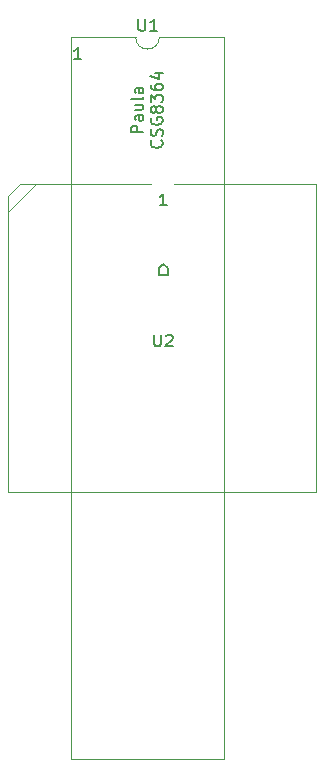
<source format=gto>
G04 #@! TF.GenerationSoftware,KiCad,Pcbnew,(5.1.6-0)*
G04 #@! TF.CreationDate,2023-03-04T21:55:24+01:00*
G04 #@! TF.ProjectId,PaulaAdapter,5061756c-6141-4646-9170-7465722e6b69,rev?*
G04 #@! TF.SameCoordinates,Original*
G04 #@! TF.FileFunction,Legend,Top*
G04 #@! TF.FilePolarity,Positive*
%FSLAX46Y46*%
G04 Gerber Fmt 4.6, Leading zero omitted, Abs format (unit mm)*
G04 Created by KiCad (PCBNEW (5.1.6-0)) date 2023-03-04 21:55:24*
%MOMM*%
%LPD*%
G01*
G04 APERTURE LIST*
%ADD10C,0.150000*%
%ADD11C,0.120000*%
G04 APERTURE END LIST*
D10*
X38227047Y-49156880D02*
X38227047Y-48585452D01*
X38608000Y-48204500D01*
X38988952Y-48585452D01*
X38988952Y-49156880D01*
X38227047Y-49156880D01*
X38893714Y-43251380D02*
X38322285Y-43251380D01*
X38608000Y-43251380D02*
X38608000Y-42251380D01*
X38512761Y-42394238D01*
X38417523Y-42489476D01*
X38322285Y-42537095D01*
X31654714Y-30868880D02*
X31083285Y-30868880D01*
X31369000Y-30868880D02*
X31369000Y-29868880D01*
X31273761Y-30011738D01*
X31178523Y-30106976D01*
X31083285Y-30154595D01*
X36901880Y-37059952D02*
X35901880Y-37059952D01*
X35901880Y-36679000D01*
X35949500Y-36583761D01*
X35997119Y-36536142D01*
X36092357Y-36488523D01*
X36235214Y-36488523D01*
X36330452Y-36536142D01*
X36378071Y-36583761D01*
X36425690Y-36679000D01*
X36425690Y-37059952D01*
X36901880Y-35631380D02*
X36378071Y-35631380D01*
X36282833Y-35679000D01*
X36235214Y-35774238D01*
X36235214Y-35964714D01*
X36282833Y-36059952D01*
X36854261Y-35631380D02*
X36901880Y-35726619D01*
X36901880Y-35964714D01*
X36854261Y-36059952D01*
X36759023Y-36107571D01*
X36663785Y-36107571D01*
X36568547Y-36059952D01*
X36520928Y-35964714D01*
X36520928Y-35726619D01*
X36473309Y-35631380D01*
X36235214Y-34726619D02*
X36901880Y-34726619D01*
X36235214Y-35155190D02*
X36759023Y-35155190D01*
X36854261Y-35107571D01*
X36901880Y-35012333D01*
X36901880Y-34869476D01*
X36854261Y-34774238D01*
X36806642Y-34726619D01*
X36901880Y-34107571D02*
X36854261Y-34202809D01*
X36759023Y-34250428D01*
X35901880Y-34250428D01*
X36901880Y-33298047D02*
X36378071Y-33298047D01*
X36282833Y-33345666D01*
X36235214Y-33440904D01*
X36235214Y-33631380D01*
X36282833Y-33726619D01*
X36854261Y-33298047D02*
X36901880Y-33393285D01*
X36901880Y-33631380D01*
X36854261Y-33726619D01*
X36759023Y-33774238D01*
X36663785Y-33774238D01*
X36568547Y-33726619D01*
X36520928Y-33631380D01*
X36520928Y-33393285D01*
X36473309Y-33298047D01*
X38456642Y-37750428D02*
X38504261Y-37798047D01*
X38551880Y-37940904D01*
X38551880Y-38036142D01*
X38504261Y-38179000D01*
X38409023Y-38274238D01*
X38313785Y-38321857D01*
X38123309Y-38369476D01*
X37980452Y-38369476D01*
X37789976Y-38321857D01*
X37694738Y-38274238D01*
X37599500Y-38179000D01*
X37551880Y-38036142D01*
X37551880Y-37940904D01*
X37599500Y-37798047D01*
X37647119Y-37750428D01*
X38504261Y-37369476D02*
X38551880Y-37226619D01*
X38551880Y-36988523D01*
X38504261Y-36893285D01*
X38456642Y-36845666D01*
X38361404Y-36798047D01*
X38266166Y-36798047D01*
X38170928Y-36845666D01*
X38123309Y-36893285D01*
X38075690Y-36988523D01*
X38028071Y-37179000D01*
X37980452Y-37274238D01*
X37932833Y-37321857D01*
X37837595Y-37369476D01*
X37742357Y-37369476D01*
X37647119Y-37321857D01*
X37599500Y-37274238D01*
X37551880Y-37179000D01*
X37551880Y-36940904D01*
X37599500Y-36798047D01*
X37599500Y-35845666D02*
X37551880Y-35940904D01*
X37551880Y-36083761D01*
X37599500Y-36226619D01*
X37694738Y-36321857D01*
X37789976Y-36369476D01*
X37980452Y-36417095D01*
X38123309Y-36417095D01*
X38313785Y-36369476D01*
X38409023Y-36321857D01*
X38504261Y-36226619D01*
X38551880Y-36083761D01*
X38551880Y-35988523D01*
X38504261Y-35845666D01*
X38456642Y-35798047D01*
X38123309Y-35798047D01*
X38123309Y-35988523D01*
X37980452Y-35226619D02*
X37932833Y-35321857D01*
X37885214Y-35369476D01*
X37789976Y-35417095D01*
X37742357Y-35417095D01*
X37647119Y-35369476D01*
X37599500Y-35321857D01*
X37551880Y-35226619D01*
X37551880Y-35036142D01*
X37599500Y-34940904D01*
X37647119Y-34893285D01*
X37742357Y-34845666D01*
X37789976Y-34845666D01*
X37885214Y-34893285D01*
X37932833Y-34940904D01*
X37980452Y-35036142D01*
X37980452Y-35226619D01*
X38028071Y-35321857D01*
X38075690Y-35369476D01*
X38170928Y-35417095D01*
X38361404Y-35417095D01*
X38456642Y-35369476D01*
X38504261Y-35321857D01*
X38551880Y-35226619D01*
X38551880Y-35036142D01*
X38504261Y-34940904D01*
X38456642Y-34893285D01*
X38361404Y-34845666D01*
X38170928Y-34845666D01*
X38075690Y-34893285D01*
X38028071Y-34940904D01*
X37980452Y-35036142D01*
X37551880Y-34512333D02*
X37551880Y-33893285D01*
X37932833Y-34226619D01*
X37932833Y-34083761D01*
X37980452Y-33988523D01*
X38028071Y-33940904D01*
X38123309Y-33893285D01*
X38361404Y-33893285D01*
X38456642Y-33940904D01*
X38504261Y-33988523D01*
X38551880Y-34083761D01*
X38551880Y-34369476D01*
X38504261Y-34464714D01*
X38456642Y-34512333D01*
X37551880Y-33036142D02*
X37551880Y-33226619D01*
X37599500Y-33321857D01*
X37647119Y-33369476D01*
X37789976Y-33464714D01*
X37980452Y-33512333D01*
X38361404Y-33512333D01*
X38456642Y-33464714D01*
X38504261Y-33417095D01*
X38551880Y-33321857D01*
X38551880Y-33131380D01*
X38504261Y-33036142D01*
X38456642Y-32988523D01*
X38361404Y-32940904D01*
X38123309Y-32940904D01*
X38028071Y-32988523D01*
X37980452Y-33036142D01*
X37932833Y-33131380D01*
X37932833Y-33321857D01*
X37980452Y-33417095D01*
X38028071Y-33464714D01*
X38123309Y-33512333D01*
X37885214Y-32083761D02*
X38551880Y-32083761D01*
X37504261Y-32321857D02*
X38218547Y-32559952D01*
X38218547Y-31940904D01*
D11*
X25527000Y-43751500D02*
X27813000Y-41465500D01*
X51584500Y-41443000D02*
X39544500Y-41443000D01*
X51584500Y-67523000D02*
X51584500Y-41443000D01*
X25504500Y-67523000D02*
X51584500Y-67523000D01*
X25504500Y-42443000D02*
X25504500Y-67523000D01*
X26504500Y-41443000D02*
X25504500Y-42443000D01*
X37544500Y-41443000D02*
X26504500Y-41443000D01*
X43734500Y-29023000D02*
X38274500Y-29023000D01*
X43734500Y-90103000D02*
X43734500Y-29023000D01*
X30814500Y-90103000D02*
X43734500Y-90103000D01*
X30814500Y-29023000D02*
X30814500Y-90103000D01*
X36274500Y-29023000D02*
X30814500Y-29023000D01*
X38274500Y-29023000D02*
G75*
G02*
X36274500Y-29023000I-1000000J0D01*
G01*
D10*
X37846095Y-54189380D02*
X37846095Y-54998904D01*
X37893714Y-55094142D01*
X37941333Y-55141761D01*
X38036571Y-55189380D01*
X38227047Y-55189380D01*
X38322285Y-55141761D01*
X38369904Y-55094142D01*
X38417523Y-54998904D01*
X38417523Y-54189380D01*
X38846095Y-54284619D02*
X38893714Y-54237000D01*
X38988952Y-54189380D01*
X39227047Y-54189380D01*
X39322285Y-54237000D01*
X39369904Y-54284619D01*
X39417523Y-54379857D01*
X39417523Y-54475095D01*
X39369904Y-54617952D01*
X38798476Y-55189380D01*
X39417523Y-55189380D01*
X36512595Y-27475380D02*
X36512595Y-28284904D01*
X36560214Y-28380142D01*
X36607833Y-28427761D01*
X36703071Y-28475380D01*
X36893547Y-28475380D01*
X36988785Y-28427761D01*
X37036404Y-28380142D01*
X37084023Y-28284904D01*
X37084023Y-27475380D01*
X38084023Y-28475380D02*
X37512595Y-28475380D01*
X37798309Y-28475380D02*
X37798309Y-27475380D01*
X37703071Y-27618238D01*
X37607833Y-27713476D01*
X37512595Y-27761095D01*
M02*

</source>
